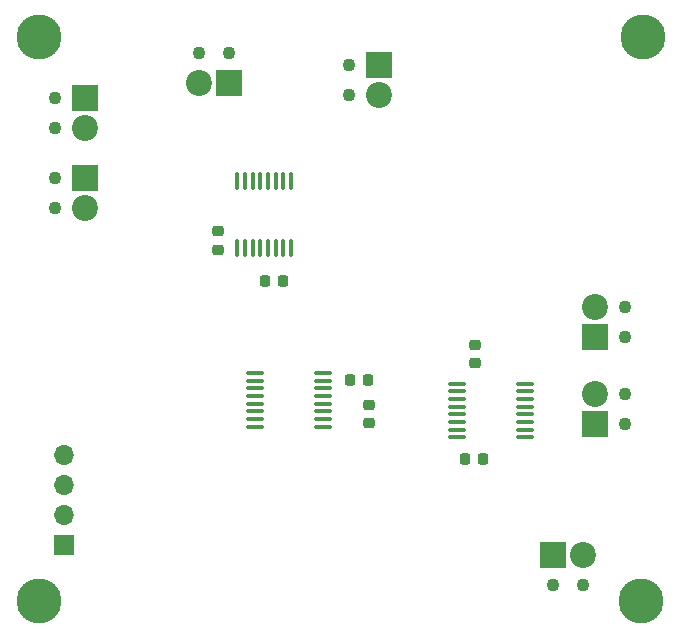
<source format=gbs>
%TF.GenerationSoftware,KiCad,Pcbnew,(6.0.8)*%
%TF.CreationDate,2022-11-27T13:06:36-05:00*%
%TF.ProjectId,miura_board,6d697572-615f-4626-9f61-72642e6b6963,rev?*%
%TF.SameCoordinates,Original*%
%TF.FileFunction,Soldermask,Bot*%
%TF.FilePolarity,Negative*%
%FSLAX46Y46*%
G04 Gerber Fmt 4.6, Leading zero omitted, Abs format (unit mm)*
G04 Created by KiCad (PCBNEW (6.0.8)) date 2022-11-27 13:06:36*
%MOMM*%
%LPD*%
G01*
G04 APERTURE LIST*
G04 Aperture macros list*
%AMRoundRect*
0 Rectangle with rounded corners*
0 $1 Rounding radius*
0 $2 $3 $4 $5 $6 $7 $8 $9 X,Y pos of 4 corners*
0 Add a 4 corners polygon primitive as box body*
4,1,4,$2,$3,$4,$5,$6,$7,$8,$9,$2,$3,0*
0 Add four circle primitives for the rounded corners*
1,1,$1+$1,$2,$3*
1,1,$1+$1,$4,$5*
1,1,$1+$1,$6,$7*
1,1,$1+$1,$8,$9*
0 Add four rect primitives between the rounded corners*
20,1,$1+$1,$2,$3,$4,$5,0*
20,1,$1+$1,$4,$5,$6,$7,0*
20,1,$1+$1,$6,$7,$8,$9,0*
20,1,$1+$1,$8,$9,$2,$3,0*%
G04 Aperture macros list end*
%ADD10RoundRect,0.225000X-0.250000X0.225000X-0.250000X-0.225000X0.250000X-0.225000X0.250000X0.225000X0*%
%ADD11C,1.100000*%
%ADD12R,2.200000X2.200000*%
%ADD13C,2.200000*%
%ADD14RoundRect,0.100000X-0.637500X-0.100000X0.637500X-0.100000X0.637500X0.100000X-0.637500X0.100000X0*%
%ADD15C,3.800000*%
%ADD16RoundRect,0.100000X0.637500X0.100000X-0.637500X0.100000X-0.637500X-0.100000X0.637500X-0.100000X0*%
%ADD17RoundRect,0.225000X-0.225000X-0.250000X0.225000X-0.250000X0.225000X0.250000X-0.225000X0.250000X0*%
%ADD18R,1.700000X1.700000*%
%ADD19O,1.700000X1.700000*%
%ADD20RoundRect,0.225000X0.250000X-0.225000X0.250000X0.225000X-0.250000X0.225000X-0.250000X-0.225000X0*%
%ADD21RoundRect,0.225000X0.225000X0.250000X-0.225000X0.250000X-0.225000X-0.250000X0.225000X-0.250000X0*%
%ADD22RoundRect,0.100000X-0.100000X0.637500X-0.100000X-0.637500X0.100000X-0.637500X0.100000X0.637500X0*%
G04 APERTURE END LIST*
D10*
%TO.C,C22*%
X89500000Y-67925000D03*
X89500000Y-69475000D03*
%TD*%
D11*
%TO.C,J7*%
X105030000Y-83140000D03*
X107570000Y-83140000D03*
D12*
X105030000Y-80600000D03*
D13*
X107570000Y-80600000D03*
%TD*%
%TO.C,J2*%
X65400000Y-44440000D03*
D12*
X65400000Y-41900000D03*
D11*
X62860000Y-44440000D03*
X62860000Y-41900000D03*
%TD*%
D10*
%TO.C,C20*%
X98400000Y-64375000D03*
X98400000Y-62825000D03*
%TD*%
D14*
%TO.C,U8*%
X79837500Y-69775000D03*
X79837500Y-69125000D03*
X79837500Y-68475000D03*
X79837500Y-67825000D03*
X79837500Y-67175000D03*
X79837500Y-66525000D03*
X79837500Y-65875000D03*
X79837500Y-65225000D03*
X85562500Y-65225000D03*
X85562500Y-65875000D03*
X85562500Y-66525000D03*
X85562500Y-67175000D03*
X85562500Y-67825000D03*
X85562500Y-68475000D03*
X85562500Y-69125000D03*
X85562500Y-69775000D03*
%TD*%
D15*
%TO.C,H4*%
X61500000Y-84500000D03*
%TD*%
D16*
%TO.C,U4*%
X102656250Y-66125000D03*
X102656250Y-66775000D03*
X102656250Y-67425000D03*
X102656250Y-68075000D03*
X102656250Y-68725000D03*
X102656250Y-69375000D03*
X102656250Y-70025000D03*
X102656250Y-70675000D03*
X96931250Y-70675000D03*
X96931250Y-70025000D03*
X96931250Y-69375000D03*
X96931250Y-68725000D03*
X96931250Y-68075000D03*
X96931250Y-67425000D03*
X96931250Y-66775000D03*
X96931250Y-66125000D03*
%TD*%
D17*
%TO.C,C17*%
X80625000Y-57400000D03*
X82175000Y-57400000D03*
%TD*%
D18*
%TO.C,J4*%
X63680000Y-79800000D03*
D19*
X63680000Y-77260000D03*
X63680000Y-74720000D03*
X63680000Y-72180000D03*
%TD*%
D20*
%TO.C,C18*%
X76700000Y-53225000D03*
X76700000Y-54775000D03*
%TD*%
D21*
%TO.C,C21*%
X89375000Y-65800000D03*
X87825000Y-65800000D03*
%TD*%
D15*
%TO.C,H1*%
X112700000Y-36800000D03*
%TD*%
D22*
%TO.C,U3*%
X78325000Y-48937500D03*
X78975000Y-48937500D03*
X79625000Y-48937500D03*
X80275000Y-48937500D03*
X80925000Y-48937500D03*
X81575000Y-48937500D03*
X82225000Y-48937500D03*
X82875000Y-48937500D03*
X82875000Y-54662500D03*
X82225000Y-54662500D03*
X81575000Y-54662500D03*
X80925000Y-54662500D03*
X80275000Y-54662500D03*
X79625000Y-54662500D03*
X78975000Y-54662500D03*
X78325000Y-54662500D03*
%TD*%
D21*
%TO.C,C19*%
X97570000Y-72500000D03*
X99120000Y-72500000D03*
%TD*%
D11*
%TO.C,J3*%
X111140000Y-67030000D03*
X111140000Y-69570000D03*
D12*
X108600000Y-69570000D03*
D13*
X108600000Y-67030000D03*
%TD*%
D15*
%TO.C,H3*%
X61500000Y-36800000D03*
%TD*%
D11*
%TO.C,J8*%
X111140000Y-59630000D03*
X111140000Y-62170000D03*
D12*
X108600000Y-62170000D03*
D13*
X108600000Y-59630000D03*
%TD*%
D11*
%TO.C,J5*%
X87760000Y-41670000D03*
X87760000Y-39130000D03*
D12*
X90300000Y-39130000D03*
D13*
X90300000Y-41670000D03*
%TD*%
D15*
%TO.C,H2*%
X112500000Y-84548970D03*
%TD*%
D13*
%TO.C,J1*%
X65400000Y-51270000D03*
D12*
X65400000Y-48730000D03*
D11*
X62860000Y-48730000D03*
X62860000Y-51270000D03*
%TD*%
%TO.C,J6*%
X77600000Y-38160000D03*
X75060000Y-38160000D03*
D12*
X77600000Y-40700000D03*
D13*
X75060000Y-40700000D03*
%TD*%
M02*

</source>
